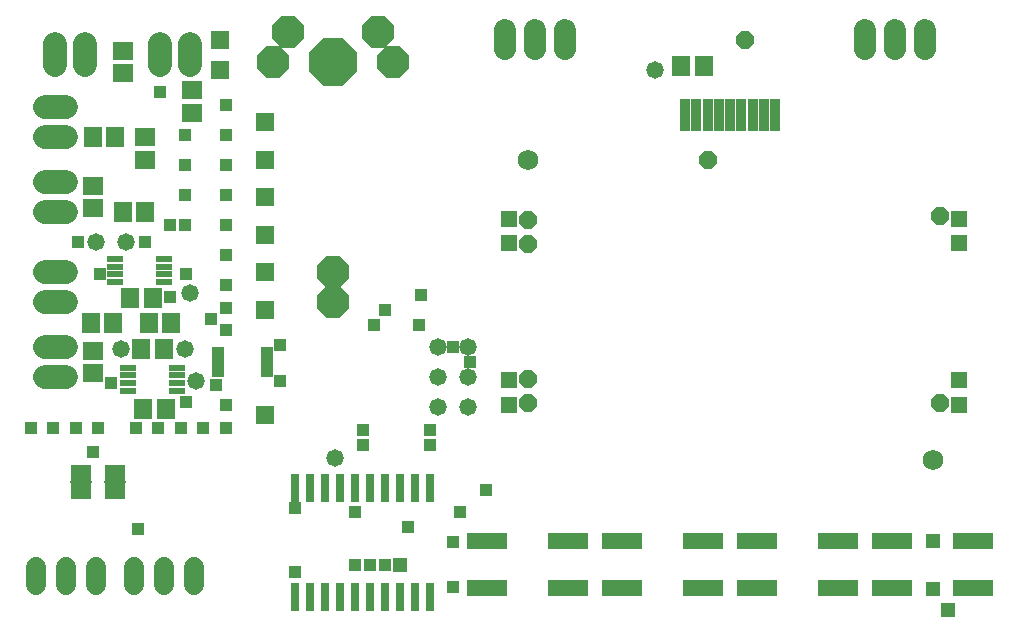
<source format=gts>
G75*
%MOIN*%
%OFA0B0*%
%FSLAX25Y25*%
%IPPOS*%
%LPD*%
%AMOC8*
5,1,8,0,0,1.08239X$1,22.5*
%
%ADD10R,0.03300X0.10800*%
%ADD11C,0.06800*%
%ADD12R,0.05524X0.05524*%
%ADD13R,0.05918X0.06706*%
%ADD14OC8,0.10800*%
%ADD15OC8,0.15800*%
%ADD16R,0.13398X0.05524*%
%ADD17C,0.07296*%
%ADD18R,0.05524X0.02375*%
%ADD19R,0.04343X0.02020*%
%ADD20R,0.03162X0.09461*%
%ADD21R,0.05918X0.07099*%
%ADD22R,0.07099X0.05918*%
%ADD23C,0.07887*%
%ADD24C,0.06800*%
%ADD25C,0.05800*%
%ADD26R,0.07100X0.05400*%
%ADD27R,0.07200X0.00600*%
%ADD28OC8,0.05800*%
%ADD29R,0.04362X0.04362*%
%ADD30R,0.04800X0.04800*%
%ADD31R,0.06400X0.06400*%
D10*
X0226800Y0171800D03*
X0230550Y0171800D03*
X0234300Y0171800D03*
X0238050Y0171800D03*
X0241800Y0171800D03*
X0245550Y0171800D03*
X0249300Y0171800D03*
X0253050Y0171800D03*
X0256800Y0171800D03*
D11*
X0174300Y0156800D03*
X0309300Y0056800D03*
D12*
X0318050Y0075166D03*
X0318050Y0083434D03*
X0318050Y0128916D03*
X0318050Y0137184D03*
X0168050Y0137184D03*
X0168050Y0128916D03*
X0168050Y0083434D03*
X0168050Y0075166D03*
D13*
X0053665Y0073675D03*
X0046185Y0073675D03*
X0049290Y0110550D03*
X0041810Y0110550D03*
X0225560Y0188050D03*
X0233040Y0188050D03*
D14*
X0129300Y0189300D03*
X0124300Y0199300D03*
X0094300Y0199300D03*
X0089300Y0189300D03*
X0109300Y0119300D03*
X0109300Y0109300D03*
D15*
X0109300Y0189300D03*
D16*
X0160914Y0029674D03*
X0160914Y0013926D03*
X0187686Y0013926D03*
X0205914Y0013926D03*
X0205914Y0029674D03*
X0187686Y0029674D03*
X0232686Y0029674D03*
X0250914Y0029674D03*
X0250914Y0013926D03*
X0232686Y0013926D03*
X0277686Y0013926D03*
X0295914Y0013926D03*
X0295914Y0029674D03*
X0277686Y0029674D03*
X0322686Y0029674D03*
X0322686Y0013926D03*
D17*
X0306800Y0193552D02*
X0306800Y0200048D01*
X0296800Y0200048D02*
X0296800Y0193552D01*
X0286800Y0193552D02*
X0286800Y0200048D01*
X0186800Y0200048D02*
X0186800Y0193552D01*
X0176800Y0193552D02*
X0176800Y0200048D01*
X0166800Y0200048D02*
X0166800Y0193552D01*
D18*
X0052996Y0123764D03*
X0052996Y0121205D03*
X0052996Y0118645D03*
X0052996Y0116086D03*
X0036854Y0116086D03*
X0036854Y0118645D03*
X0036854Y0121205D03*
X0036854Y0123764D03*
X0041229Y0087514D03*
X0041229Y0084955D03*
X0041229Y0082395D03*
X0041229Y0079836D03*
X0057371Y0079836D03*
X0057371Y0082395D03*
X0057371Y0084955D03*
X0057371Y0087514D03*
D19*
X0071229Y0087331D03*
X0071229Y0085363D03*
X0071229Y0089300D03*
X0071229Y0091269D03*
X0071229Y0093237D03*
X0087371Y0093237D03*
X0087371Y0091269D03*
X0087371Y0089300D03*
X0087371Y0087331D03*
X0087371Y0085363D03*
D20*
X0096800Y0047410D03*
X0101800Y0047410D03*
X0106800Y0047410D03*
X0111800Y0047410D03*
X0116800Y0047410D03*
X0121800Y0047410D03*
X0126800Y0047410D03*
X0131800Y0047410D03*
X0136800Y0047410D03*
X0141800Y0047410D03*
X0141800Y0011190D03*
X0136800Y0011190D03*
X0131800Y0011190D03*
X0126800Y0011190D03*
X0121800Y0011190D03*
X0116800Y0011190D03*
X0111800Y0011190D03*
X0106800Y0011190D03*
X0101800Y0011190D03*
X0096800Y0011190D03*
D21*
X0053040Y0093675D03*
X0045560Y0093675D03*
X0048060Y0102425D03*
X0055540Y0102425D03*
X0036165Y0102425D03*
X0028685Y0102425D03*
X0039310Y0139300D03*
X0046790Y0139300D03*
X0036790Y0164300D03*
X0029310Y0164300D03*
D22*
X0046800Y0164290D03*
X0046800Y0156810D03*
X0029300Y0148040D03*
X0029300Y0140560D03*
X0062425Y0172435D03*
X0062425Y0179915D03*
X0039300Y0185560D03*
X0039300Y0193040D03*
X0029300Y0093040D03*
X0029300Y0085560D03*
D23*
X0020343Y0084300D02*
X0013257Y0084300D01*
X0013257Y0094300D02*
X0020343Y0094300D01*
X0020343Y0109300D02*
X0013257Y0109300D01*
X0013257Y0119300D02*
X0020343Y0119300D01*
X0020343Y0139300D02*
X0013257Y0139300D01*
X0013257Y0149300D02*
X0020343Y0149300D01*
X0020343Y0164300D02*
X0013257Y0164300D01*
X0013257Y0174300D02*
X0020343Y0174300D01*
X0016800Y0188257D02*
X0016800Y0195343D01*
X0026800Y0195343D02*
X0026800Y0188257D01*
X0051800Y0188257D02*
X0051800Y0195343D01*
X0061800Y0195343D02*
X0061800Y0188257D01*
D24*
X0010550Y0021050D02*
X0010550Y0015050D01*
X0020550Y0015050D02*
X0020550Y0021050D01*
X0030550Y0021050D02*
X0030550Y0015050D01*
X0043050Y0015050D02*
X0043050Y0021050D01*
X0053050Y0021050D02*
X0053050Y0015050D01*
X0063050Y0015050D02*
X0063050Y0021050D01*
D25*
X0109925Y0057425D03*
X0144300Y0074300D03*
X0154300Y0074300D03*
X0154300Y0084300D03*
X0144300Y0084300D03*
X0144300Y0094300D03*
X0154300Y0094300D03*
X0063675Y0083050D03*
X0059925Y0093675D03*
X0038675Y0093675D03*
X0061800Y0112425D03*
X0040550Y0129300D03*
X0030550Y0129300D03*
X0216800Y0186800D03*
D26*
X0036800Y0052300D03*
X0036800Y0046300D03*
X0025550Y0046300D03*
X0025550Y0052300D03*
D27*
X0025550Y0049300D03*
X0036800Y0049300D03*
D28*
X0174300Y0075550D03*
X0174300Y0083675D03*
X0174300Y0128675D03*
X0174300Y0136800D03*
X0234300Y0156800D03*
X0246800Y0196800D03*
X0311800Y0138050D03*
X0311800Y0075550D03*
D29*
X0160550Y0046800D03*
X0151800Y0039300D03*
X0149300Y0029300D03*
X0134300Y0034300D03*
X0126800Y0021800D03*
X0121800Y0021800D03*
X0116800Y0021800D03*
X0096800Y0019300D03*
X0096800Y0040550D03*
X0116800Y0039300D03*
X0119300Y0061800D03*
X0119300Y0066800D03*
X0141800Y0066800D03*
X0141800Y0061800D03*
X0154925Y0089300D03*
X0149300Y0094300D03*
X0138050Y0101800D03*
X0126800Y0106800D03*
X0123050Y0101800D03*
X0138675Y0111800D03*
X0091800Y0094925D03*
X0091800Y0083050D03*
X0073675Y0074925D03*
X0073675Y0067425D03*
X0066175Y0067425D03*
X0058675Y0067425D03*
X0051175Y0067425D03*
X0043675Y0067425D03*
X0031175Y0067425D03*
X0023675Y0067425D03*
X0016175Y0067425D03*
X0008675Y0067425D03*
X0029300Y0059300D03*
X0060550Y0076175D03*
X0070550Y0081800D03*
X0073675Y0099925D03*
X0068675Y0103675D03*
X0073675Y0107425D03*
X0073675Y0114925D03*
X0073675Y0124925D03*
X0060550Y0118675D03*
X0054925Y0111175D03*
X0031800Y0118675D03*
X0024300Y0129300D03*
X0046800Y0129300D03*
X0054925Y0134925D03*
X0059925Y0134925D03*
X0073675Y0134925D03*
X0073675Y0144925D03*
X0073675Y0154925D03*
X0059925Y0154925D03*
X0059925Y0144925D03*
X0059925Y0164925D03*
X0073675Y0164925D03*
X0073675Y0174925D03*
X0051800Y0179300D03*
X0035550Y0082425D03*
X0044300Y0033675D03*
X0149300Y0014300D03*
D30*
X0131800Y0021800D03*
X0309300Y0029674D03*
X0309300Y0013675D03*
X0314300Y0006800D03*
D31*
X0086800Y0071800D03*
X0086800Y0106800D03*
X0086800Y0119300D03*
X0086800Y0131800D03*
X0086800Y0144300D03*
X0086800Y0156800D03*
X0086800Y0169300D03*
X0071800Y0186800D03*
X0071800Y0196800D03*
M02*

</source>
